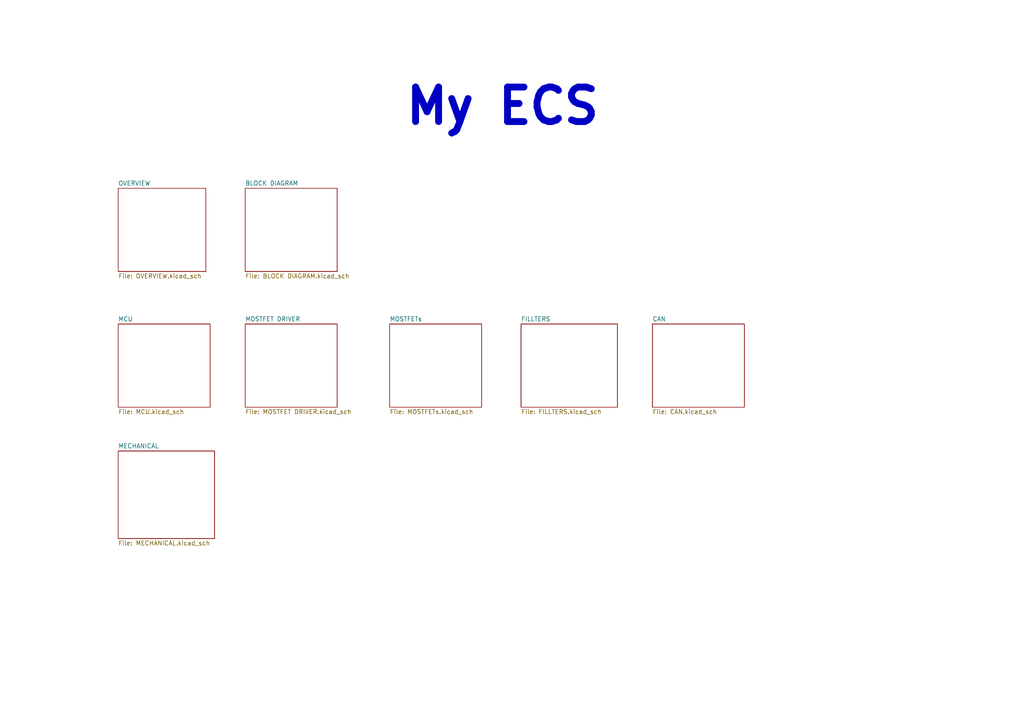
<source format=kicad_sch>
(kicad_sch (version 20230121) (generator eeschema)
  (paper "A4")
  (title_block (title "My ECS") (date "2024-09-24") (company "My Company") (comment 1 "0368452791") (comment 2 "trithuc2001stvn@gmail.com") (comment 3 "Nguyen Tri Thuc"))
  (lib_symbols)
  (text "My ECS" (at 116.84 36.83 0) (effects (font (size 10 10) (thickness 2) bold) (justify left bottom)))
  (sheet (at 113.03 93.98) (size 26.67 24.13) (stroke (width 0.1524))
    (property "Sheetname" "MOSTFETs" (at 113.03 93.2684 0) (effects (justify left bottom)))
    (property "Sheetfile" "MOSTFETs.kicad_sch" (at 113.03 118.6946 0) (effects (justify left top)))
  )
  (sheet (at 34.29 93.98) (size 26.67 24.13) (stroke (width 0.1524))
    (property "Sheetname" "MCU" (at 34.29 93.2684 0) (effects (justify left bottom)))
    (property "Sheetfile" "MCU.kicad_sch" (at 34.29 118.6946 0) (effects (justify left top)))
  )
  (sheet (at 71.12 93.98) (size 26.67 24.13) (stroke (width 0.1524))
    (property "Sheetname" "MOSTFET DRIVER" (at 71.12 93.2684 0) (effects (justify left bottom)))
    (property "Sheetfile" "MOSTFET DRIVER.kicad_sch" (at 71.12 118.6946 0) (effects (justify left top)))
  )
  (sheet (at 71.12 54.61) (size 26.67 24.13) (stroke (width 0.1524))
    (property "Sheetname" "BLOCK DIAGRAM" (at 71.12 53.8984 0) (effects (justify left bottom)))
    (property "Sheetfile" "BLOCK DIAGRAM.kicad_sch" (at 71.12 79.3246 0) (effects (justify left top)))
  )
  (sheet (at 34.29 54.61) (size 25.4 24.13) (stroke (width 0.1524))
    (property "Sheetname" "OVERVIEW" (at 34.29 53.8984 0) (effects (justify left bottom)))
    (property "Sheetfile" "OVERVIEW.kicad_sch" (at 34.29 79.3246 0) (effects (justify left top)))
  )
  (sheet (at 34.29 130.81) (size 27.94 25.4) (stroke (width 0.1524))
    (property "Sheetname" "MECHANICAL" (at 34.29 130.0984 0) (effects (justify left bottom)))
    (property "Sheetfile" "MECHANICAL.kicad_sch" (at 34.29 156.7946 0) (effects (justify left top)))
  )
  (sheet (at 189.23 93.98) (size 26.67 24.13) (stroke (width 0.1524))
    (property "Sheetname" "CAN" (at 189.23 93.2684 0) (effects (justify left bottom)))
    (property "Sheetfile" "CAN.kicad_sch" (at 189.23 118.6946 0) (effects (justify left top)))
  )
  (sheet (at 151.13 93.98) (size 27.94 24.13) (stroke (width 0.1524))
    (property "Sheetname" "FILLTERS" (at 151.13 93.2684 0) (effects (justify left bottom)))
    (property "Sheetfile" "FILLTERS.kicad_sch" (at 151.13 118.6946 0) (effects (justify left top)))
  )
)
</source>
